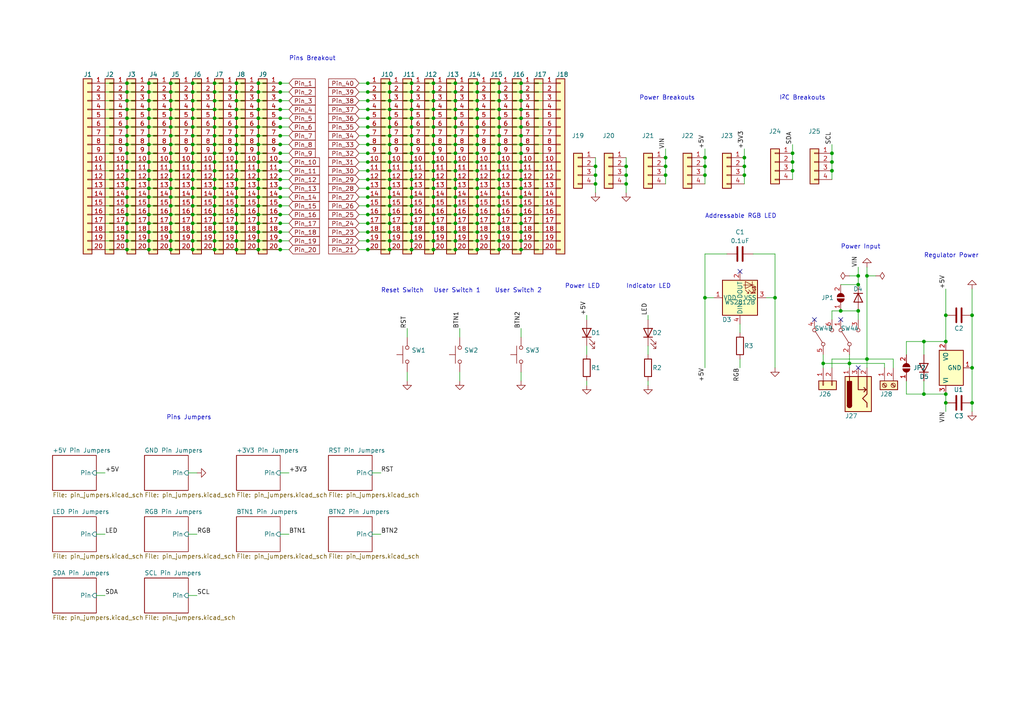
<source format=kicad_sch>
(kicad_sch (version 20221206) (generator eeschema)
  (paper "A4")
  (junction (at 62.23 67.31))
  (junction (at 204.47 45.72))
  (junction (at 68.58 67.31))
  (junction (at 113.03 67.31))
  (junction (at 151.13 31.75))
  (junction (at 138.43 41.91))
  (junction (at 106.68 62.23))
  (junction (at 43.18 57.15))
  (junction (at 125.73 69.85))
  (junction (at 106.68 29.21))
  (junction (at 144.78 54.61))
  (junction (at 81.28 72.39))
  (junction (at 43.18 39.37))
  (junction (at 36.83 41.91))
  (junction (at 125.73 36.83))
  (junction (at 113.03 62.23))
  (junction (at 132.08 57.15))
  (junction (at 74.93 39.37))
  (junction (at 144.78 26.67))
  (junction (at 125.73 54.61))
  (junction (at 151.13 52.07))
  (junction (at 43.18 31.75))
  (junction (at 68.58 46.99))
  (junction (at 119.38 36.83))
  (junction (at 125.73 26.67))
  (junction (at 62.23 36.83))
  (junction (at 74.93 54.61))
  (junction (at 138.43 67.31))
  (junction (at 151.13 54.61))
  (junction (at 81.28 49.53))
  (junction (at 132.08 44.45))
  (junction (at 68.58 44.45))
  (junction (at 68.58 57.15))
  (junction (at 68.58 24.13))
  (junction (at 132.08 29.21))
  (junction (at 55.88 26.67))
  (junction (at 49.53 29.21))
  (junction (at 132.08 54.61))
  (junction (at 74.93 49.53))
  (junction (at 62.23 54.61))
  (junction (at 36.83 57.15))
  (junction (at 81.28 69.85))
  (junction (at 125.73 49.53))
  (junction (at 62.23 49.53))
  (junction (at 193.04 50.8))
  (junction (at 138.43 72.39))
  (junction (at 36.83 39.37))
  (junction (at 81.28 59.69))
  (junction (at 55.88 54.61))
  (junction (at 62.23 41.91))
  (junction (at 36.83 44.45))
  (junction (at 49.53 72.39))
  (junction (at 62.23 59.69))
  (junction (at 36.83 59.69))
  (junction (at 144.78 62.23))
  (junction (at 113.03 41.91))
  (junction (at 204.47 48.26))
  (junction (at 55.88 41.91))
  (junction (at 138.43 31.75))
  (junction (at 138.43 44.45))
  (junction (at 125.73 24.13))
  (junction (at 144.78 41.91))
  (junction (at 181.61 53.34))
  (junction (at 106.68 26.67))
  (junction (at 138.43 39.37))
  (junction (at 238.76 105.41))
  (junction (at 49.53 54.61))
  (junction (at 132.08 69.85))
  (junction (at 119.38 67.31))
  (junction (at 125.73 57.15))
  (junction (at 113.03 54.61))
  (junction (at 62.23 57.15))
  (junction (at 248.92 90.17))
  (junction (at 119.38 59.69))
  (junction (at 241.3 49.53))
  (junction (at 106.68 64.77))
  (junction (at 151.13 39.37))
  (junction (at 241.3 46.99))
  (junction (at 119.38 26.67))
  (junction (at 132.08 49.53))
  (junction (at 151.13 26.67))
  (junction (at 49.53 67.31))
  (junction (at 125.73 29.21))
  (junction (at 43.18 62.23))
  (junction (at 43.18 29.21))
  (junction (at 113.03 52.07))
  (junction (at 106.68 57.15))
  (junction (at 181.61 48.26))
  (junction (at 125.73 39.37))
  (junction (at 36.83 49.53))
  (junction (at 36.83 69.85))
  (junction (at 113.03 46.99))
  (junction (at 81.28 36.83))
  (junction (at 62.23 31.75))
  (junction (at 106.68 31.75))
  (junction (at 49.53 39.37))
  (junction (at 125.73 52.07))
  (junction (at 172.72 48.26))
  (junction (at 49.53 34.29))
  (junction (at 62.23 69.85))
  (junction (at 62.23 26.67))
  (junction (at 144.78 36.83))
  (junction (at 274.32 114.3))
  (junction (at 68.58 41.91))
  (junction (at 55.88 44.45))
  (junction (at 193.04 48.26))
  (junction (at 125.73 44.45))
  (junction (at 74.93 72.39))
  (junction (at 36.83 34.29))
  (junction (at 81.28 39.37))
  (junction (at 55.88 69.85))
  (junction (at 106.68 39.37))
  (junction (at 74.93 41.91))
  (junction (at 62.23 72.39))
  (junction (at 132.08 24.13))
  (junction (at 74.93 34.29))
  (junction (at 62.23 62.23))
  (junction (at 138.43 64.77))
  (junction (at 74.93 57.15))
  (junction (at 62.23 46.99))
  (junction (at 119.38 34.29))
  (junction (at 36.83 62.23))
  (junction (at 106.68 24.13))
  (junction (at 43.18 72.39))
  (junction (at 151.13 59.69))
  (junction (at 144.78 72.39))
  (junction (at 144.78 39.37))
  (junction (at 125.73 41.91))
  (junction (at 55.88 34.29))
  (junction (at 125.73 64.77))
  (junction (at 138.43 69.85))
  (junction (at 74.93 44.45))
  (junction (at 113.03 44.45))
  (junction (at 215.9 48.26))
  (junction (at 74.93 24.13))
  (junction (at 274.32 91.44))
  (junction (at 113.03 57.15))
  (junction (at 81.28 44.45))
  (junction (at 132.08 36.83))
  (junction (at 119.38 49.53))
  (junction (at 144.78 52.07))
  (junction (at 138.43 34.29))
  (junction (at 119.38 54.61))
  (junction (at 62.23 29.21))
  (junction (at 68.58 34.29))
  (junction (at 113.03 24.13))
  (junction (at 36.83 36.83))
  (junction (at 55.88 36.83))
  (junction (at 68.58 31.75))
  (junction (at 68.58 72.39))
  (junction (at 138.43 62.23))
  (junction (at 43.18 41.91))
  (junction (at 172.72 53.34))
  (junction (at 36.83 54.61))
  (junction (at 81.28 67.31))
  (junction (at 68.58 39.37))
  (junction (at 49.53 36.83))
  (junction (at 62.23 39.37))
  (junction (at 119.38 29.21))
  (junction (at 138.43 49.53))
  (junction (at 74.93 36.83))
  (junction (at 81.28 26.67))
  (junction (at 151.13 29.21))
  (junction (at 74.93 31.75))
  (junction (at 267.97 114.3))
  (junction (at 113.03 29.21))
  (junction (at 36.83 72.39))
  (junction (at 144.78 64.77))
  (junction (at 55.88 64.77))
  (junction (at 43.18 69.85))
  (junction (at 68.58 64.77))
  (junction (at 113.03 64.77))
  (junction (at 125.73 72.39))
  (junction (at 132.08 39.37))
  (junction (at 144.78 24.13))
  (junction (at 181.61 50.8))
  (junction (at 43.18 26.67))
  (junction (at 132.08 52.07))
  (junction (at 43.18 49.53))
  (junction (at 62.23 44.45))
  (junction (at 43.18 64.77))
  (junction (at 68.58 54.61))
  (junction (at 151.13 34.29))
  (junction (at 251.46 80.01))
  (junction (at 43.18 34.29))
  (junction (at 106.68 36.83))
  (junction (at 43.18 59.69))
  (junction (at 43.18 24.13))
  (junction (at 151.13 49.53))
  (junction (at 138.43 59.69))
  (junction (at 119.38 31.75))
  (junction (at 119.38 57.15))
  (junction (at 113.03 39.37))
  (junction (at 138.43 26.67))
  (junction (at 132.08 31.75))
  (junction (at 106.68 69.85))
  (junction (at 281.94 106.68))
  (junction (at 119.38 44.45))
  (junction (at 55.88 39.37))
  (junction (at 36.83 67.31))
  (junction (at 106.68 52.07))
  (junction (at 62.23 34.29))
  (junction (at 248.92 82.55))
  (junction (at 119.38 64.77))
  (junction (at 132.08 64.77))
  (junction (at 68.58 62.23))
  (junction (at 81.28 34.29))
  (junction (at 81.28 46.99))
  (junction (at 151.13 46.99))
  (junction (at 125.73 62.23))
  (junction (at 81.28 29.21))
  (junction (at 144.78 44.45))
  (junction (at 204.47 86.36))
  (junction (at 119.38 62.23))
  (junction (at 49.53 49.53))
  (junction (at 36.83 46.99))
  (junction (at 281.94 91.44))
  (junction (at 43.18 54.61))
  (junction (at 49.53 46.99))
  (junction (at 267.97 99.06))
  (junction (at 49.53 69.85))
  (junction (at 49.53 64.77))
  (junction (at 55.88 52.07))
  (junction (at 125.73 67.31))
  (junction (at 119.38 46.99))
  (junction (at 49.53 41.91))
  (junction (at 125.73 34.29))
  (junction (at 55.88 67.31))
  (junction (at 119.38 41.91))
  (junction (at 49.53 59.69))
  (junction (at 125.73 46.99))
  (junction (at 62.23 24.13))
  (junction (at 106.68 49.53))
  (junction (at 241.3 44.45))
  (junction (at 224.79 86.36))
  (junction (at 144.78 49.53))
  (junction (at 49.53 44.45))
  (junction (at 132.08 34.29))
  (junction (at 55.88 59.69))
  (junction (at 125.73 59.69))
  (junction (at 138.43 46.99))
  (junction (at 106.68 41.91))
  (junction (at 81.28 64.77))
  (junction (at 43.18 46.99))
  (junction (at 62.23 64.77))
  (junction (at 36.83 29.21))
  (junction (at 43.18 44.45))
  (junction (at 74.93 62.23))
  (junction (at 74.93 67.31))
  (junction (at 49.53 52.07))
  (junction (at 274.32 116.84))
  (junction (at 138.43 36.83))
  (junction (at 151.13 44.45))
  (junction (at 113.03 72.39))
  (junction (at 43.18 67.31))
  (junction (at 144.78 31.75))
  (junction (at 36.83 64.77))
  (junction (at 68.58 36.83))
  (junction (at 55.88 29.21))
  (junction (at 132.08 67.31))
  (junction (at 74.93 59.69))
  (junction (at 113.03 69.85))
  (junction (at 81.28 41.91))
  (junction (at 132.08 46.99))
  (junction (at 36.83 31.75))
  (junction (at 138.43 24.13))
  (junction (at 281.94 116.84))
  (junction (at 74.93 69.85))
  (junction (at 132.08 72.39))
  (junction (at 144.78 34.29))
  (junction (at 138.43 29.21))
  (junction (at 138.43 54.61))
  (junction (at 172.72 50.8))
  (junction (at 55.88 57.15))
  (junction (at 74.93 29.21))
  (junction (at 151.13 64.77))
  (junction (at 36.83 24.13))
  (junction (at 119.38 24.13))
  (junction (at 113.03 34.29))
  (junction (at 125.73 31.75))
  (junction (at 229.87 44.45))
  (junction (at 106.68 67.31))
  (junction (at 215.9 50.8))
  (junction (at 144.78 67.31))
  (junction (at 144.78 29.21))
  (junction (at 49.53 57.15))
  (junction (at 151.13 57.15))
  (junction (at 151.13 36.83))
  (junction (at 81.28 24.13))
  (junction (at 151.13 72.39))
  (junction (at 68.58 29.21))
  (junction (at 74.93 46.99))
  (junction (at 81.28 52.07))
  (junction (at 68.58 49.53))
  (junction (at 144.78 69.85))
  (junction (at 106.68 54.61))
  (junction (at 132.08 62.23))
  (junction (at 113.03 36.83))
  (junction (at 132.08 26.67))
  (junction (at 151.13 41.91))
  (junction (at 144.78 59.69))
  (junction (at 215.9 45.72))
  (junction (at 106.68 59.69))
  (junction (at 229.87 46.99))
  (junction (at 132.08 59.69))
  (junction (at 151.13 67.31))
  (junction (at 193.04 45.72))
  (junction (at 113.03 31.75))
  (junction (at 74.93 64.77))
  (junction (at 49.53 24.13))
  (junction (at 144.78 46.99))
  (junction (at 55.88 62.23))
  (junction (at 43.18 36.83))
  (junction (at 49.53 26.67))
  (junction (at 274.32 99.06))
  (junction (at 55.88 31.75))
  (junction (at 119.38 52.07))
  (junction (at 251.46 104.14))
  (junction (at 138.43 57.15))
  (junction (at 68.58 52.07))
  (junction (at 119.38 39.37))
  (junction (at 113.03 59.69))
  (junction (at 74.93 52.07))
  (junction (at 55.88 49.53))
  (junction (at 68.58 59.69))
  (junction (at 132.08 41.91))
  (junction (at 113.03 49.53))
  (junction (at 81.28 31.75))
  (junction (at 248.92 80.01))
  (junction (at 106.68 34.29))
  (junction (at 119.38 69.85))
  (junction (at 68.58 69.85))
  (junction (at 81.28 57.15))
  (junction (at 246.38 105.41))
  (junction (at 106.68 44.45))
  (junction (at 36.83 26.67))
  (junction (at 55.88 46.99))
  (junction (at 55.88 24.13))
  (junction (at 204.47 50.8))
  (junction (at 151.13 62.23))
  (junction (at 36.83 52.07))
  (junction (at 49.53 31.75))
  (junction (at 49.53 62.23))
  (junction (at 43.18 52.07))
  (junction (at 106.68 46.99))
  (junction (at 74.93 26.67))
  (junction (at 81.28 62.23))
  (junction (at 68.58 26.67))
  (junction (at 229.87 49.53))
  (junction (at 119.38 72.39))
  (junction (at 243.84 90.17))
  (junction (at 151.13 24.13))
  (junction (at 151.13 69.85))
  (junction (at 138.43 52.07))
  (junction (at 106.68 72.39))
  (junction (at 81.28 54.61))
  (junction (at 113.03 26.67))
  (junction (at 62.23 52.07))
  (junction (at 144.78 57.15))
  (junction (at 55.88 72.39))
  (no_connect (at 248.92 106.68))
  (no_connect (at 214.63 78.74))
  (no_connect (at 243.84 92.71))
  (no_connect (at 236.22 92.71))
  (wire (pts (xy 62.23 31.75) (xy 55.88 31.75)))
  (wire (pts (xy 119.38 36.83) (xy 125.73 36.83)))
  (wire (pts (xy 151.13 36.83) (xy 157.48 36.83)))
  (wire (pts (xy 81.28 36.83) (xy 74.93 36.83)))
  (wire (pts (xy 104.14 24.13) (xy 106.68 24.13)))
  (wire (pts (xy 81.28 59.69) (xy 74.93 59.69)))
  (wire (pts (xy 181.61 45.72) (xy 181.61 48.26)))
  (wire (pts (xy 81.28 46.99) (xy 83.82 46.99)))
  (wire (pts (xy 138.43 54.61) (xy 132.08 54.61)))
  (wire (pts (xy 241.3 92.71) (xy 241.3 90.17)))
  (wire (pts (xy 81.28 67.31) (xy 83.82 67.31)))
  (wire (pts (xy 81.28 26.67) (xy 74.93 26.67)))
  (wire (pts (xy 49.53 34.29) (xy 43.18 34.29)))
  (wire (pts (xy 27.94 172.72) (xy 30.48 172.72)))
  (wire (pts (xy 248.92 90.17) (xy 248.92 92.71)))
  (wire (pts (xy 144.78 52.07) (xy 151.13 52.07)))
  (wire (pts (xy 81.28 64.77) (xy 83.82 64.77)))
  (wire (pts (xy 125.73 69.85) (xy 132.08 69.85)))
  (wire (pts (xy 49.53 49.53) (xy 43.18 49.53)))
  (wire (pts (xy 49.53 24.13) (xy 43.18 24.13)))
  (wire (pts (xy 267.97 99.06) (xy 267.97 102.87)))
  (wire (pts (xy 68.58 26.67) (xy 62.23 26.67)))
  (wire (pts (xy 113.03 49.53) (xy 119.38 49.53)))
  (wire (pts (xy 36.83 24.13) (xy 30.48 24.13)))
  (wire (pts (xy 54.61 172.72) (xy 57.15 172.72)))
  (wire (pts (xy 119.38 44.45) (xy 125.73 44.45)))
  (wire (pts (xy 106.68 26.67) (xy 113.03 26.67)))
  (wire (pts (xy 224.79 86.36) (xy 224.79 73.66)))
  (wire (pts (xy 106.68 72.39) (xy 113.03 72.39)))
  (wire (pts (xy 107.95 154.94) (xy 110.49 154.94)))
  (wire (pts (xy 138.43 29.21) (xy 132.08 29.21)))
  (wire (pts (xy 274.32 116.84) (xy 274.32 119.38)))
  (wire (pts (xy 238.76 105.41) (xy 246.38 105.41)))
  (wire (pts (xy 262.89 102.87) (xy 262.89 99.06)))
  (wire (pts (xy 43.18 69.85) (xy 36.83 69.85)))
  (wire (pts (xy 62.23 64.77) (xy 55.88 64.77)))
  (wire (pts (xy 81.28 44.45) (xy 74.93 44.45)))
  (wire (pts (xy 104.14 54.61) (xy 106.68 54.61)))
  (wire (pts (xy 104.14 39.37) (xy 106.68 39.37)))
  (wire (pts (xy 74.93 31.75) (xy 68.58 31.75)))
  (wire (pts (xy 106.68 67.31) (xy 113.03 67.31)))
  (wire (pts (xy 138.43 64.77) (xy 132.08 64.77)))
  (wire (pts (xy 187.96 111.76) (xy 187.96 110.49)))
  (wire (pts (xy 27.94 154.94) (xy 30.48 154.94)))
  (wire (pts (xy 49.53 52.07) (xy 55.88 52.07)))
  (wire (pts (xy 49.53 67.31) (xy 55.88 67.31)))
  (wire (pts (xy 138.43 72.39) (xy 144.78 72.39)))
  (wire (pts (xy 119.38 59.69) (xy 125.73 59.69)))
  (wire (pts (xy 36.83 44.45) (xy 30.48 44.45)))
  (wire (pts (xy 151.13 107.95) (xy 151.13 110.49)))
  (wire (pts (xy 125.73 54.61) (xy 132.08 54.61)))
  (wire (pts (xy 36.83 52.07) (xy 30.48 52.07)))
  (wire (pts (xy 113.03 39.37) (xy 119.38 39.37)))
  (wire (pts (xy 104.14 59.69) (xy 106.68 59.69)))
  (wire (pts (xy 119.38 26.67) (xy 125.73 26.67)))
  (wire (pts (xy 36.83 49.53) (xy 30.48 49.53)))
  (wire (pts (xy 68.58 62.23) (xy 62.23 62.23)))
  (wire (pts (xy 62.23 26.67) (xy 55.88 26.67)))
  (wire (pts (xy 68.58 41.91) (xy 62.23 41.91)))
  (wire (pts (xy 43.18 49.53) (xy 36.83 49.53)))
  (wire (pts (xy 68.58 52.07) (xy 62.23 52.07)))
  (wire (pts (xy 74.93 24.13) (xy 68.58 24.13)))
  (wire (pts (xy 68.58 69.85) (xy 62.23 69.85)))
  (wire (pts (xy 106.68 24.13) (xy 113.03 24.13)))
  (wire (pts (xy 151.13 62.23) (xy 157.48 62.23)))
  (wire (pts (xy 43.18 29.21) (xy 36.83 29.21)))
  (wire (pts (xy 81.28 39.37) (xy 74.93 39.37)))
  (wire (pts (xy 36.83 46.99) (xy 30.48 46.99)))
  (wire (pts (xy 49.53 59.69) (xy 43.18 59.69)))
  (wire (pts (xy 125.73 26.67) (xy 132.08 26.67)))
  (wire (pts (xy 144.78 44.45) (xy 151.13 44.45)))
  (wire (pts (xy 62.23 69.85) (xy 55.88 69.85)))
  (wire (pts (xy 74.93 72.39) (xy 68.58 72.39)))
  (wire (pts (xy 144.78 57.15) (xy 151.13 57.15)))
  (wire (pts (xy 49.53 69.85) (xy 55.88 69.85)))
  (wire (pts (xy 68.58 72.39) (xy 62.23 72.39)))
  (wire (pts (xy 49.53 29.21) (xy 55.88 29.21)))
  (wire (pts (xy 49.53 62.23) (xy 43.18 62.23)))
  (wire (pts (xy 170.18 100.33) (xy 170.18 102.87)))
  (wire (pts (xy 36.83 39.37) (xy 30.48 39.37)))
  (wire (pts (xy 138.43 62.23) (xy 144.78 62.23)))
  (wire (pts (xy 104.14 49.53) (xy 106.68 49.53)))
  (wire (pts (xy 49.53 57.15) (xy 43.18 57.15)))
  (wire (pts (xy 49.53 31.75) (xy 43.18 31.75)))
  (wire (pts (xy 144.78 41.91) (xy 151.13 41.91)))
  (wire (pts (xy 151.13 72.39) (xy 157.48 72.39)))
  (wire (pts (xy 49.53 44.45) (xy 43.18 44.45)))
  (wire (pts (xy 43.18 41.91) (xy 36.83 41.91)))
  (wire (pts (xy 74.93 69.85) (xy 68.58 69.85)))
  (wire (pts (xy 151.13 49.53) (xy 157.48 49.53)))
  (wire (pts (xy 248.92 77.47) (xy 248.92 80.01)))
  (wire (pts (xy 81.28 44.45) (xy 83.82 44.45)))
  (wire (pts (xy 113.03 34.29) (xy 119.38 34.29)))
  (wire (pts (xy 193.04 50.8) (xy 193.04 53.34)))
  (wire (pts (xy 119.38 62.23) (xy 125.73 62.23)))
  (wire (pts (xy 81.28 52.07) (xy 83.82 52.07)))
  (wire (pts (xy 68.58 44.45) (xy 62.23 44.45)))
  (wire (pts (xy 81.28 29.21) (xy 83.82 29.21)))
  (wire (pts (xy 113.03 64.77) (xy 119.38 64.77)))
  (wire (pts (xy 119.38 24.13) (xy 125.73 24.13)))
  (wire (pts (xy 119.38 34.29) (xy 125.73 34.29)))
  (wire (pts (xy 104.14 41.91) (xy 106.68 41.91)))
  (wire (pts (xy 104.14 62.23) (xy 106.68 62.23)))
  (wire (pts (xy 144.78 26.67) (xy 151.13 26.67)))
  (wire (pts (xy 49.53 49.53) (xy 55.88 49.53)))
  (wire (pts (xy 68.58 34.29) (xy 62.23 34.29)))
  (wire (pts (xy 43.18 34.29) (xy 36.83 34.29)))
  (wire (pts (xy 81.28 52.07) (xy 74.93 52.07)))
  (wire (pts (xy 81.28 54.61) (xy 74.93 54.61)))
  (wire (pts (xy 144.78 54.61) (xy 151.13 54.61)))
  (wire (pts (xy 104.14 64.77) (xy 106.68 64.77)))
  (wire (pts (xy 214.63 96.52) (xy 214.63 93.98)))
  (wire (pts (xy 119.38 54.61) (xy 125.73 54.61)))
  (wire (pts (xy 119.38 41.91) (xy 125.73 41.91)))
  (wire (pts (xy 106.68 59.69) (xy 113.03 59.69)))
  (wire (pts (xy 210.82 73.66) (xy 204.47 73.66)))
  (wire (pts (xy 27.94 137.16) (xy 30.48 137.16)))
  (wire (pts (xy 204.47 86.36) (xy 207.01 86.36)))
  (wire (pts (xy 81.28 54.61) (xy 83.82 54.61)))
  (wire (pts (xy 181.61 50.8) (xy 181.61 53.34)))
  (wire (pts (xy 49.53 39.37) (xy 43.18 39.37)))
  (wire (pts (xy 215.9 48.26) (xy 215.9 50.8)))
  (wire (pts (xy 49.53 54.61) (xy 55.88 54.61)))
  (wire (pts (xy 113.03 69.85) (xy 119.38 69.85)))
  (wire (pts (xy 138.43 57.15) (xy 132.08 57.15)))
  (wire (pts (xy 49.53 36.83) (xy 55.88 36.83)))
  (wire (pts (xy 81.28 39.37) (xy 83.82 39.37)))
  (wire (pts (xy 241.3 90.17) (xy 243.84 90.17)))
  (wire (pts (xy 49.53 41.91) (xy 55.88 41.91)))
  (wire (pts (xy 36.83 29.21) (xy 30.48 29.21)))
  (wire (pts (xy 119.38 31.75) (xy 125.73 31.75)))
  (wire (pts (xy 138.43 34.29) (xy 144.78 34.29)))
  (wire (pts (xy 113.03 72.39) (xy 119.38 72.39)))
  (wire (pts (xy 113.03 24.13) (xy 119.38 24.13)))
  (wire (pts (xy 151.13 29.21) (xy 157.48 29.21)))
  (wire (pts (xy 119.38 69.85) (xy 125.73 69.85)))
  (wire (pts (xy 74.93 57.15) (xy 68.58 57.15)))
  (wire (pts (xy 144.78 29.21) (xy 151.13 29.21)))
  (wire (pts (xy 81.28 69.85) (xy 74.93 69.85)))
  (wire (pts (xy 104.14 57.15) (xy 106.68 57.15)))
  (wire (pts (xy 106.68 34.29) (xy 113.03 34.29)))
  (wire (pts (xy 204.47 43.18) (xy 204.47 45.72)))
  (wire (pts (xy 125.73 64.77) (xy 132.08 64.77)))
  (wire (pts (xy 113.03 31.75) (xy 119.38 31.75)))
  (wire (pts (xy 104.14 44.45) (xy 106.68 44.45)))
  (wire (pts (xy 104.14 36.83) (xy 106.68 36.83)))
  (wire (pts (xy 151.13 67.31) (xy 157.48 67.31)))
  (wire (pts (xy 68.58 31.75) (xy 62.23 31.75)))
  (wire (pts (xy 36.83 57.15) (xy 30.48 57.15)))
  (wire (pts (xy 248.92 82.55) (xy 243.84 82.55)))
  (wire (pts (xy 74.93 67.31) (xy 68.58 67.31)))
  (wire (pts (xy 68.58 57.15) (xy 62.23 57.15)))
  (wire (pts (xy 138.43 49.53) (xy 132.08 49.53)))
  (wire (pts (xy 104.14 26.67) (xy 106.68 26.67)))
  (wire (pts (xy 81.28 24.13) (xy 83.82 24.13)))
  (wire (pts (xy 113.03 52.07) (xy 119.38 52.07)))
  (wire (pts (xy 144.78 36.83) (xy 151.13 36.83)))
  (wire (pts (xy 81.28 26.67) (xy 83.82 26.67)))
  (wire (pts (xy 74.93 29.21) (xy 68.58 29.21)))
  (wire (pts (xy 106.68 64.77) (xy 113.03 64.77)))
  (wire (pts (xy 54.61 137.16) (xy 57.15 137.16)))
  (wire (pts (xy 170.18 111.76) (xy 170.18 110.49)))
  (wire (pts (xy 281.94 83.82) (xy 281.94 91.44)))
  (wire (pts (xy 74.93 44.45) (xy 68.58 44.45)))
  (wire (pts (xy 74.93 59.69) (xy 68.58 59.69)))
  (wire (pts (xy 125.73 72.39) (xy 132.08 72.39)))
  (wire (pts (xy 49.53 54.61) (xy 43.18 54.61)))
  (wire (pts (xy 138.43 24.13) (xy 132.08 24.13)))
  (wire (pts (xy 43.18 59.69) (xy 36.83 59.69)))
  (wire (pts (xy 151.13 52.07) (xy 157.48 52.07)))
  (wire (pts (xy 187.96 100.33) (xy 187.96 102.87)))
  (wire (pts (xy 81.28 41.91) (xy 74.93 41.91)))
  (wire (pts (xy 81.28 31.75) (xy 83.82 31.75)))
  (wire (pts (xy 151.13 59.69) (xy 157.48 59.69)))
  (wire (pts (xy 81.28 67.31) (xy 74.93 67.31)))
  (wire (pts (xy 256.54 106.68) (xy 256.54 105.41)))
  (wire (pts (xy 119.38 72.39) (xy 125.73 72.39)))
  (wire (pts (xy 215.9 50.8) (xy 215.9 53.34)))
  (wire (pts (xy 68.58 49.53) (xy 62.23 49.53)))
  (wire (pts (xy 138.43 36.83) (xy 132.08 36.83)))
  (wire (pts (xy 49.53 46.99) (xy 55.88 46.99)))
  (wire (pts (xy 138.43 44.45) (xy 132.08 44.45)))
  (wire (pts (xy 151.13 24.13) (xy 157.48 24.13)))
  (wire (pts (xy 218.44 73.66) (xy 224.79 73.66)))
  (wire (pts (xy 36.83 64.77) (xy 30.48 64.77)))
  (wire (pts (xy 259.08 106.68) (xy 259.08 104.14)))
  (wire (pts (xy 119.38 39.37) (xy 125.73 39.37)))
  (wire (pts (xy 43.18 44.45) (xy 36.83 44.45)))
  (wire (pts (xy 106.68 52.07) (xy 113.03 52.07)))
  (wire (pts (xy 62.23 59.69) (xy 55.88 59.69)))
  (wire (pts (xy 144.78 67.31) (xy 151.13 67.31)))
  (wire (pts (xy 144.78 72.39) (xy 151.13 72.39)))
  (wire (pts (xy 248.92 80.01) (xy 248.92 82.55)))
  (wire (pts (xy 151.13 57.15) (xy 157.48 57.15)))
  (wire (pts (xy 151.13 54.61) (xy 157.48 54.61)))
  (wire (pts (xy 36.83 67.31) (xy 30.48 67.31)))
  (wire (pts (xy 68.58 46.99) (xy 62.23 46.99)))
  (wire (pts (xy 151.13 31.75) (xy 157.48 31.75)))
  (wire (pts (xy 49.53 24.13) (xy 55.88 24.13)))
  (wire (pts (xy 125.73 31.75) (xy 132.08 31.75)))
  (wire (pts (xy 104.14 72.39) (xy 106.68 72.39)))
  (wire (pts (xy 49.53 64.77) (xy 43.18 64.77)))
  (wire (pts (xy 43.18 62.23) (xy 36.83 62.23)))
  (wire (pts (xy 36.83 69.85) (xy 30.48 69.85)))
  (wire (pts (xy 251.46 80.01) (xy 251.46 104.14)))
  (wire (pts (xy 138.43 64.77) (xy 144.78 64.77)))
  (wire (pts (xy 43.18 64.77) (xy 36.83 64.77)))
  (wire (pts (xy 74.93 52.07) (xy 68.58 52.07)))
  (wire (pts (xy 104.14 34.29) (xy 106.68 34.29)))
  (wire (pts (xy 62.23 39.37) (xy 55.88 39.37)))
  (wire (pts (xy 106.68 57.15) (xy 113.03 57.15)))
  (wire (pts (xy 81.28 36.83) (xy 83.82 36.83)))
  (wire (pts (xy 49.53 26.67) (xy 55.88 26.67)))
  (wire (pts (xy 113.03 62.23) (xy 119.38 62.23)))
  (wire (pts (xy 229.87 46.99) (xy 229.87 49.53)))
  (wire (pts (xy 241.3 41.91) (xy 241.3 44.45)))
  (wire (pts (xy 138.43 26.67) (xy 132.08 26.67)))
  (wire (pts (xy 187.96 92.71) (xy 187.96 91.44)))
  (wire (pts (xy 62.23 41.91) (xy 55.88 41.91)))
  (wire (pts (xy 125.73 52.07) (xy 132.08 52.07)))
  (wire (pts (xy 144.78 31.75) (xy 151.13 31.75)))
  (wire (pts (xy 224.79 86.36) (xy 222.25 86.36)))
  (wire (pts (xy 81.28 64.77) (xy 74.93 64.77)))
  (wire (pts (xy 251.46 104.14) (xy 251.46 106.68)))
  (wire (pts (xy 119.38 64.77) (xy 125.73 64.77)))
  (wire (pts (xy 133.35 107.95) (xy 133.35 110.49)))
  (wire (pts (xy 104.14 46.99) (xy 106.68 46.99)))
  (wire (pts (xy 68.58 59.69) (xy 62.23 59.69)))
  (wire (pts (xy 274.32 91.44) (xy 274.32 99.06)))
  (wire (pts (xy 181.61 55.88) (xy 181.61 53.34)))
  (wire (pts (xy 68.58 39.37) (xy 62.23 39.37)))
  (wire (pts (xy 138.43 26.67) (xy 144.78 26.67)))
  (wire (pts (xy 119.38 67.31) (xy 125.73 67.31)))
  (wire (pts (xy 68.58 54.61) (xy 62.23 54.61)))
  (wire (pts (xy 43.18 52.07) (xy 36.83 52.07)))
  (wire (pts (xy 241.3 46.99) (xy 241.3 49.53)))
  (wire (pts (xy 74.93 34.29) (xy 68.58 34.29)))
  (wire (pts (xy 138.43 67.31) (xy 144.78 67.31)))
  (wire (pts (xy 138.43 69.85) (xy 132.08 69.85)))
  (wire (pts (xy 81.28 41.91) (xy 83.82 41.91)))
  (wire (pts (xy 138.43 29.21) (xy 144.78 29.21)))
  (wire (pts (xy 181.61 48.26) (xy 181.61 50.8)))
  (wire (pts (xy 138.43 54.61) (xy 144.78 54.61)))
  (wire (pts (xy 62.23 46.99) (xy 55.88 46.99)))
  (wire (pts (xy 138.43 34.29) (xy 132.08 34.29)))
  (wire (pts (xy 106.68 46.99) (xy 113.03 46.99)))
  (wire (pts (xy 204.47 73.66) (xy 204.47 86.36)))
  (wire (pts (xy 74.93 54.61) (xy 68.58 54.61)))
  (wire (pts (xy 43.18 46.99) (xy 36.83 46.99)))
  (wire (pts (xy 138.43 59.69) (xy 132.08 59.69)))
  (wire (pts (xy 246.38 80.01) (xy 248.92 80.01)))
  (wire (pts (xy 104.14 67.31) (xy 106.68 67.31)))
  (wire (pts (xy 267.97 110.49) (xy 267.97 114.3)))
  (wire (pts (xy 43.18 57.15) (xy 36.83 57.15)))
  (wire (pts (xy 49.53 41.91) (xy 43.18 41.91)))
  (wire (pts (xy 125.73 29.21) (xy 132.08 29.21)))
  (wire (pts (xy 49.53 26.67) (xy 43.18 26.67)))
  (wire (pts (xy 138.43 69.85) (xy 144.78 69.85)))
  (wire (pts (xy 81.28 29.21) (xy 74.93 29.21)))
  (wire (pts (xy 151.13 26.67) (xy 157.48 26.67)))
  (wire (pts (xy 62.23 62.23) (xy 55.88 62.23)))
  (wire (pts (xy 54.61 154.94) (xy 57.15 154.94)))
  (wire (pts (xy 81.28 31.75) (xy 74.93 31.75)))
  (wire (pts (xy 113.03 54.61) (xy 119.38 54.61)))
  (wire (pts (xy 81.28 59.69) (xy 83.82 59.69)))
  (wire (pts (xy 224.79 86.36) (xy 224.79 106.68)))
  (wire (pts (xy 246.38 102.87) (xy 246.38 105.41)))
  (wire (pts (xy 106.68 31.75) (xy 113.03 31.75)))
  (wire (pts (xy 36.83 31.75) (xy 30.48 31.75)))
  (wire (pts (xy 49.53 36.83) (xy 43.18 36.83)))
  (wire (pts (xy 74.93 39.37) (xy 68.58 39.37)))
  (wire (pts (xy 62.23 29.21) (xy 55.88 29.21)))
  (wire (pts (xy 49.53 31.75) (xy 55.88 31.75)))
  (wire (pts (xy 193.04 45.72) (xy 193.04 48.26)))
  (wire (pts (xy 81.28 34.29) (xy 74.93 34.29)))
  (wire (pts (xy 62.23 24.13) (xy 55.88 24.13)))
  (wire (pts (xy 125.73 39.37) (xy 132.08 39.37)))
  (wire (pts (xy 118.11 97.79) (xy 118.11 95.25)))
  (wire (pts (xy 118.11 107.95) (xy 118.11 110.49)))
  (wire (pts (xy 113.03 46.99) (xy 119.38 46.99)))
  (wire (pts (xy 125.73 34.29) (xy 132.08 34.29)))
  (wire (pts (xy 36.83 72.39) (xy 30.48 72.39)))
  (wire (pts (xy 241.3 104.14) (xy 251.46 104.14)))
  (wire (pts (xy 125.73 46.99) (xy 132.08 46.99)))
  (wire (pts (xy 281.94 106.68) (xy 281.94 116.84)))
  (wire (pts (xy 62.23 57.15) (xy 55.88 57.15)))
  (wire (pts (xy 104.14 69.85) (xy 106.68 69.85)))
  (wire (pts (xy 138.43 39.37) (xy 144.78 39.37)))
  (wire (pts (xy 62.23 72.39) (xy 55.88 72.39)))
  (wire (pts (xy 274.32 114.3) (xy 274.32 116.84)))
  (wire (pts (xy 248.92 90.17) (xy 243.84 90.17)))
  (wire (pts (xy 113.03 41.91) (xy 119.38 41.91)))
  (wire (pts (xy 193.04 48.26) (xy 193.04 50.8)))
  (wire (pts (xy 106.68 44.45) (xy 113.03 44.45)))
  (wire (pts (xy 49.53 64.77) (xy 55.88 64.77)))
  (wire (pts (xy 215.9 45.72) (xy 215.9 48.26)))
  (wire (pts (xy 81.28 49.53) (xy 74.93 49.53)))
  (wire (pts (xy 68.58 36.83) (xy 62.23 36.83)))
  (wire (pts (xy 138.43 41.91) (xy 132.08 41.91)))
  (wire (pts (xy 138.43 72.39) (xy 132.08 72.39)))
  (wire (pts (xy 144.78 39.37) (xy 151.13 39.37)))
  (wire (pts (xy 62.23 67.31) (xy 55.88 67.31)))
  (wire (pts (xy 274.32 83.82) (xy 274.32 91.44)))
  (wire (pts (xy 144.78 49.53) (xy 151.13 49.53)))
  (wire (pts (xy 151.13 97.79) (xy 151.13 95.25)))
  (wire (pts (xy 193.04 43.18) (xy 193.04 45.72)))
  (wire (pts (xy 106.68 62.23) (xy 113.03 62.23)))
  (wire (pts (xy 204.47 48.26) (xy 204.47 50.8)))
  (wire (pts (xy 81.28 137.16) (xy 83.82 137.16)))
  (wire (pts (xy 119.38 49.53) (xy 125.73 49.53)))
  (wire (pts (xy 144.78 59.69) (xy 151.13 59.69)))
  (wire (pts (xy 74.93 41.91) (xy 68.58 41.91)))
  (wire (pts (xy 62.23 36.83) (xy 55.88 36.83)))
  (wire (pts (xy 138.43 24.13) (xy 144.78 24.13)))
  (wire (pts (xy 36.83 34.29) (xy 30.48 34.29)))
  (wire (pts (xy 172.72 45.72) (xy 172.72 48.26)))
  (wire (pts (xy 74.93 49.53) (xy 68.58 49.53)))
  (wire (pts (xy 106.68 29.21) (xy 113.03 29.21)))
  (wire (pts (xy 215.9 43.18) (xy 215.9 45.72)))
  (wire (pts (xy 81.28 69.85) (xy 83.82 69.85)))
  (wire (pts (xy 144.78 24.13) (xy 151.13 24.13)))
  (wire (pts (xy 254 80.01) (xy 251.46 80.01)))
  (wire (pts (xy 138.43 67.31) (xy 132.08 67.31)))
  (wire (pts (xy 68.58 24.13) (xy 62.23 24.13)))
  (wire (pts (xy 144.78 34.29) (xy 151.13 34.29)))
  (wire (pts (xy 119.38 57.15) (xy 125.73 57.15)))
  (wire (pts (xy 81.28 72.39) (xy 74.93 72.39)))
  (wire (pts (xy 106.68 41.91) (xy 113.03 41.91)))
  (wire (pts (xy 106.68 69.85) (xy 113.03 69.85)))
  (wire (pts (xy 125.73 57.15) (xy 132.08 57.15)))
  (wire (pts (xy 267.97 114.3) (xy 274.32 114.3)))
  (wire (pts (xy 104.14 31.75) (xy 106.68 31.75)))
  (wire (pts (xy 125.73 59.69) (xy 132.08 59.69)))
  (wire (pts (xy 49.53 72.39) (xy 55.88 72.39)))
  (wire (pts (xy 138.43 41.91) (xy 144.78 41.91)))
  (wire (pts (xy 49.53 34.29) (xy 55.88 34.29)))
  (wire (pts (xy 81.28 154.94) (xy 83.82 154.94)))
  (wire (pts (xy 113.03 26.67) (xy 119.38 26.67)))
  (wire (pts (xy 81.28 49.53) (xy 83.82 49.53)))
  (wire (pts (xy 49.53 29.21) (xy 43.18 29.21)))
  (wire (pts (xy 119.38 29.21) (xy 125.73 29.21)))
  (wire (pts (xy 238.76 106.68) (xy 238.76 105.41)))
  (wire (pts (xy 81.28 62.23) (xy 83.82 62.23)))
  (wire (pts (xy 281.94 91.44) (xy 281.94 106.68)))
  (wire (pts (xy 113.03 59.69) (xy 119.38 59.69)))
  (wire (pts (xy 49.53 52.07) (xy 43.18 52.07)))
  (wire (pts (xy 119.38 52.07) (xy 125.73 52.07)))
  (wire (pts (xy 36.83 54.61) (xy 30.48 54.61)))
  (wire (pts (xy 151.13 39.37) (xy 157.48 39.37)))
  (wire (pts (xy 43.18 67.31) (xy 36.83 67.31)))
  (wire (pts (xy 43.18 39.37) (xy 36.83 39.37)))
  (wire (pts (xy 68.58 64.77) (xy 62.23 64.77)))
  (wire (pts (xy 151.13 44.45) (xy 157.48 44.45)))
  (wire (pts (xy 62.23 54.61) (xy 55.88 54.61)))
  (wire (pts (xy 74.93 46.99) (xy 68.58 46.99)))
  (wire (pts (xy 43.18 24.13) (xy 36.83 24.13)))
  (wire (pts (xy 113.03 29.21) (xy 119.38 29.21)))
  (wire (pts (xy 138.43 49.53) (xy 144.78 49.53)))
  (wire (pts (xy 144.78 46.99) (xy 151.13 46.99)))
  (wire (pts (xy 113.03 36.83) (xy 119.38 36.83)))
  (wire (pts (xy 113.03 57.15) (xy 119.38 57.15)))
  (wire (pts (xy 204.47 50.8) (xy 204.47 53.34)))
  (wire (pts (xy 172.72 55.88) (xy 172.72 53.34)))
  (wire (pts (xy 125.73 62.23) (xy 132.08 62.23)))
  (wire (pts (xy 81.28 62.23) (xy 74.93 62.23)))
  (wire (pts (xy 81.28 57.15) (xy 74.93 57.15)))
  (wire (pts (xy 104.14 29.21) (xy 106.68 29.21)))
  (wire (pts (xy 229.87 49.53) (xy 229.87 52.07)))
  (wire (pts (xy 229.87 44.45) (xy 229.87 46.99)))
  (wire (pts (xy 62.23 52.07) (xy 55.88 52.07)))
  (wire (pts (xy 43.18 72.39) (xy 36.83 72.39)))
  (wire (pts (xy 151.13 46.99) (xy 157.48 46.99)))
  (wire (pts (xy 81.28 24.13) (xy 74.93 24.13)))
  (wire (pts (xy 125.73 49.53) (xy 132.08 49.53)))
  (wire (pts (xy 74.93 62.23) (xy 68.58 62.23)))
  (wire (pts (xy 144.78 62.23) (xy 151.13 62.23)))
  (wire (pts (xy 138.43 52.07) (xy 132.08 52.07)))
  (wire (pts (xy 81.28 57.15) (xy 83.82 57.15)))
  (wire (pts (xy 36.83 62.23) (xy 30.48 62.23)))
  (wire (pts (xy 281.94 116.84) (xy 281.94 119.38)))
  (wire (pts (xy 74.93 64.77) (xy 68.58 64.77)))
  (wire (pts (xy 49.53 62.23) (xy 55.88 62.23)))
  (wire (pts (xy 106.68 39.37) (xy 113.03 39.37)))
  (wire (pts (xy 251.46 77.47) (xy 251.46 80.01)))
  (wire (pts (xy 151.13 34.29) (xy 157.48 34.29)))
  (wire (pts (xy 74.93 26.67) (xy 68.58 26.67)))
  (wire (pts (xy 107.95 137.16) (xy 110.49 137.16)))
  (wire (pts (xy 241.3 49.53) (xy 241.3 52.07)))
  (wire (pts (xy 133.35 97.79) (xy 133.35 95.25)))
  (wire (pts (xy 151.13 64.77) (xy 157.48 64.77)))
  (wire (pts (xy 256.54 105.41) (xy 246.38 105.41)))
  (wire (pts (xy 246.38 105.41) (xy 246.38 106.68)))
  (wire (pts (xy 125.73 36.83) (xy 132.08 36.83)))
  (wire (pts (xy 241.3 106.68) (xy 241.3 104.14)))
  (wire (pts (xy 138.43 31.75) (xy 132.08 31.75)))
  (wire (pts (xy 138.43 57.15) (xy 144.78 57.15)))
  (wire (pts (xy 125.73 41.91) (xy 132.08 41.91)))
  (wire (pts (xy 125.73 24.13) (xy 132.08 24.13)))
  (wire (pts (xy 138.43 46.99) (xy 132.08 46.99)))
  (wire (pts (xy 119.38 46.99) (xy 125.73 46.99)))
  (wire (pts (xy 262.89 99.06) (xy 267.97 99.06)))
  (wire (pts (xy 49.53 59.69) (xy 55.88 59.69)))
  (wire (pts (xy 172.72 48.26) (xy 172.72 50.8)))
  (wire (pts (xy 113.03 44.45) (xy 119.38 44.45)))
  (wire (pts (xy 125.73 67.31) (xy 132.08 67.31)))
  (wire (pts (xy 49.53 44.45) (xy 55.88 44.45)))
  (wire (pts (xy 81.28 72.39) (xy 83.82 72.39)))
  (wire (pts (xy 151.13 69.85) (xy 157.48 69.85)))
  (wire (pts (xy 106.68 36.83) (xy 113.03 36.83)))
  (wire (pts (xy 49.53 46.99) (xy 43.18 46.99)))
  (wire (pts (xy 138.43 39.37) (xy 132.08 39.37)))
  (wire (pts (xy 104.14 52.07) (xy 106.68 52.07)))
  (wire (pts (xy 68.58 67.31) (xy 62.23 67.31)))
  (wire (pts (xy 43.18 36.83) (xy 36.83 36.83)))
  (wire (pts (xy 229.87 41.91) (xy 229.87 44.45)))
  (wire (pts (xy 138.43 36.83) (xy 144.78 36.83)))
  (wire (pts (xy 68.58 29.21) (xy 62.23 29.21)))
  (wire (pts (xy 170.18 92.71) (xy 170.18 91.44)))
  (wire (pts (xy 106.68 49.53) (xy 113.03 49.53)))
  (wire (pts (xy 138.43 44.45) (xy 144.78 44.45)))
  (wire (pts (xy 81.28 34.29) (xy 83.82 34.29)))
  (wire (pts (xy 49.53 67.31) (xy 43.18 67.31)))
  (wire (pts (xy 138.43 59.69) (xy 144.78 59.69)))
  (wire (pts (xy 125.73 44.45) (xy 132.08 44.45)))
  (wire (pts (xy 43.18 26.67) (xy 36.83 26.67)))
  (wire (pts (xy 274.32 99.06) (xy 267.97 99.06)))
  (wire (pts (xy 113.03 67.31) (xy 119.38 67.31)))
  (wire (pts (xy 138.43 62.23) (xy 132.08 62.23)))
  (wire (pts (xy 36.83 36.83) (xy 30.48 36.83)))
  (wire (pts (xy 204.47 45.72) (xy 204.47 48.26)))
  (wire (pts (xy 172.72 50.8) (xy 172.72 53.34)))
  (wire (pts (xy 49.53 39.37) (xy 55.88 39.37)))
  (wire (pts (xy 62.23 34.29) (xy 55.88 34.29)))
  (wire (pts (xy 106.68 54.61) (xy 113.03 54.61)))
  (wire (pts (xy 81.28 46.99) (xy 74.93 46.99)))
  (wire (pts (xy 138.43 46.99) (xy 144.78 46.99)))
  (wire (pts (xy 151.13 41.91) (xy 157.48 41.91)))
  (wire (pts (xy 36.83 41.91) (xy 30.48 41.91)))
  (wire (pts (xy 214.63 106.68) (xy 214.63 104.14)))
  (wire (pts (xy 43.18 31.75) (xy 36.83 31.75)))
  (wire (pts (xy 138.43 31.75) (xy 144.78 31.75)))
  (wire (pts (xy 49.53 57.15) (xy 55.88 57.15)))
  (wire (pts (xy 62.23 49.53) (xy 55.88 49.53)))
  (wire (pts (xy 238.76 102.87) (xy 238.76 105.41)))
  (wire (pts (xy 62.23 44.45) (xy 55.88 44.45)))
  (wire (pts (xy 262.89 110.49) (xy 262.89 114.3)))
  (wire (pts (xy 204.47 86.36) (xy 204.47 106.68)))
  (wire (pts (xy 138.43 52.07) (xy 144.78 52.07)))
  (wire (pts (xy 74.93 36.83) (xy 68.58 36.83)))
  (wire (pts (xy 144.78 69.85) (xy 151.13 69.85)))
  (wire (pts (xy 267.97 114.3) (xy 262.89 114.3)))
  (wire (pts (xy 36.83 59.69) (xy 30.48 59.69)))
  (wire (pts (xy 49.53 72.39) (xy 43.18 72.39)))
  (wire (pts (xy 144.78 64.77) (xy 151.13 64.77)))
  (wire (pts (xy 43.18 54.61) (xy 36.83 54.61)))
  (wire (pts (xy 259.08 104.14) (xy 251.46 104.14)))
  (wire (pts (xy 241.3 44.45) (xy 241.3 46.99)))
  (wire (pts (xy 36.83 26.67) (xy 30.48 26.67)))
  (wire (pts (xy 49.53 69.85) (xy 43.18 69.85)))
  (text "Reset Switch" (at 110.49 85.09 0) (effects (font (size 1.27 1.27)) (justify left bottom)))
  (text "Pins Breakout" (at 83.82 17.78 0) (effects (font (size 1.27 1.27)) (justify left bottom)))
  (text "Pins Jumpers" (at 48.26 121.92 0) (effects (font (size 1.27 1.27)) (justify left bottom)))
  (text "Regulator Power" (at 267.97 74.93 0) (effects (font (size 1.27 1.27)) (justify left bottom)))
  (text "User Switch 2" (at 143.51 85.09 0) (effects (font (size 1.27 1.27)) (justify left bottom)))
  (text "Power Input" (at 243.84 72.39 0) (effects (font (size 1.27 1.27)) (justify left bottom)))
  (text "User Switch 1" (at 125.73 85.09 0) (effects (font (size 1.27 1.27)) (justify left bottom)))
  (text "I^{2}C Breakouts" (at 226.06 29.21 0) (effects (font (size 1.27 1.27)) (justify left bottom)))
  (text "Power Breakouts" (at 185.42 29.21 0) (effects (font (size 1.27 1.27)) (justify left bottom)))
  (text "Addressable RGB LED" (at 204.47 63.5 0) (effects (font (size 1.27 1.27)) (justify left bottom)))
  (text "Power LED" (at 163.83 83.82 0) (effects (font (size 1.27 1.27)) (justify left bottom)))
  (text "Indicator LED" (at 181.61 83.82 0) (effects (font (size 1.27 1.27)) (justify left bottom)))
  (label "+5V" (at 30.48 137.16 0))
  (label "RST" (at 118.11 95.25 90))
  (label "SDA" (at 229.87 41.91 90))
  (label "+5V" (at 170.18 91.44 90))
  (label "BTN2" (at 151.13 95.25 90))
  (label "BTN1" (at 133.35 95.25 90))
  (label "+5V" (at 204.47 43.18 90))
  (label "VIN" (at 274.32 119.38 270))
  (label "LED" (at 187.96 91.44 90))
  (label "+5V" (at 204.47 106.68 270))
  (label "+5V" (at 274.32 83.82 90))
  (label "BTN2" (at 110.49 154.94 0))
  (label "LED" (at 30.48 154.94 0))
  (label "RGB" (at 57.15 154.94 0))
  (label "RST" (at 110.49 137.16 0))
  (label "+3V3" (at 215.9 43.18 90))
  (label "VIN" (at 248.92 77.47 90))
  (label "SCL" (at 241.3 41.91 90))
  (label "+3V3" (at 83.82 137.16 0))
  (label "BTN1" (at 83.82 154.94 0))
  (label "SCL" (at 57.15 172.72 0))
  (label "RGB" (at 214.63 106.68 270))
  (label "SDA" (at 30.48 172.72 0))
  (label "VIN" (at 193.04 43.18 90))
  (global_label "Pin_1" (shape input) (at 83.82 24.13 0) (property "Intersheetrefs" "${INTERSHEET_REFS}" (effects hide)))
  (global_label "Pin_39" (shape input) (at 104.14 26.67 180) (property "Intersheetrefs" "${INTERSHEET_REFS}" (effects hide)))
  (global_label "Pin_14" (shape input) (at 83.82 57.15 0) (property "Intersheetrefs" "${INTERSHEET_REFS}" (effects hide)))
  (global_label "Pin_9" (shape input) (at 83.82 44.45 0) (property "Intersheetrefs" "${INTERSHEET_REFS}" (effects hide)))
  (global_label "Pin_37" (shape input) (at 104.14 31.75 180) (property "Intersheetrefs" "${INTERSHEET_REFS}" (effects hide)))
  (global_label "Pin_8" (shape input) (at 83.82 41.91 0) (property "Intersheetrefs" "${INTERSHEET_REFS}" (effects hide)))
  (global_label "Pin_34" (shape input) (at 104.14 39.37 180) (property "Intersheetrefs" "${INTERSHEET_REFS}" (effects hide)))
  (global_label "Pin_30" (shape input) (at 104.14 49.53 180) (property "Intersheetrefs" "${INTERSHEET_REFS}" (effects hide)))
  (global_label "Pin_12" (shape input) (at 83.82 52.07 0) (property "Intersheetrefs" "${INTERSHEET_REFS}" (effects hide)))
  (global_label "Pin_21" (shape input) (at 104.14 72.39 180) (property "Intersheetrefs" "${INTERSHEET_REFS}" (effects hide)))
  (global_label "Pin_7" (shape input) (at 83.82 39.37 0) (property "Intersheetrefs" "${INTERSHEET_REFS}" (effects hide)))
  (global_label "Pin_3" (shape input) (at 83.82 29.21 0) (property "Intersheetrefs" "${INTERSHEET_REFS}" (effects hide)))
  (global_label "Pin_11" (shape input) (at 83.82 49.53 0) (property "Intersheetrefs" "${INTERSHEET_REFS}" (effects hide)))
  (global_label "Pin_23" (shape input) (at 104.14 67.31 180) (property "Intersheetrefs" "${INTERSHEET_REFS}" (effects hide)))
  (global_label "Pin_27" (shape input) (at 104.14 57.15 180) (property "Intersheetrefs" "${INTERSHEET_REFS}" (effects hide)))
  (global_label "Pin_36" (shape input) (at 104.14 34.29 180) (property "Intersheetrefs" "${INTERSHEET_REFS}" (effects hide)))
  (global_label "Pin_35" (shape input) (at 104.14 36.83 180) (property "Intersheetrefs" "${INTERSHEET_REFS}" (effects hide)))
  (global_label "Pin_25" (shape input) (at 104.14 62.23 180) (property "Intersheetrefs" "${INTERSHEET_REFS}" (effects hide)))
  (global_label "Pin_31" (shape input) (at 104.14 46.99 180) (property "Intersheetrefs" "${INTERSHEET_REFS}" (effects hide)))
  (global_label "Pin_38" (shape input) (at 104.14 29.21 180) (property "Intersheetrefs" "${INTERSHEET_REFS}" (effects hide)))
  (global_label "Pin_24" (shape input) (at 104.14 64.77 180) (property "Intersheetrefs" "${INTERSHEET_REFS}" (effects hide)))
  (global_label "Pin_2" (shape input) (at 83.82 26.67 0) (property "Intersheetrefs" "${INTERSHEET_REFS}" (effects hide)))
  (global_label "Pin_17" (shape input) (at 83.82 64.77 0) (property "Intersheetrefs" "${INTERSHEET_REFS}" (effects hide)))
  (global_label "Pin_16" (shape input) (at 83.82 62.23 0) (property "Intersheetrefs" "${INTERSHEET_REFS}" (effects hide)))
  (global_label "Pin_5" (shape input) (at 83.82 34.29 0) (property "Intersheetrefs" "${INTERSHEET_REFS}" (effects hide)))
  (global_label "Pin_19" (shape input) (at 83.82 69.85 0) (property "Intersheetrefs" "${INTERSHEET_REFS}" (effects hide)))
  (global_label "Pin_4" (shape input) (at 83.82 31.75 0) (property "Intersheetrefs" "${INTERSHEET_REFS}" (effects hide)))
  (global_label "Pin_28" (shape input) (at 104.14 54.61 180) (property "Intersheetrefs" "${INTERSHEET_REFS}" (effects hide)))
  (global_label "Pin_10" (shape input) (at 83.82 46.99 0) (property "Intersheetrefs" "${INTERSHEET_REFS}" (effects hide)))
  (global_label "Pin_33" (shape input) (at 104.14 41.91 180) (property "Intersheetrefs" "${INTERSHEET_REFS}" (effects hide)))
  (global_label "Pin_18" (shape input) (at 83.82 67.31 0) (property "Intersheetrefs" "${INTERSHEET_REFS}" (effects hide)))
  (global_label "Pin_13" (shape input) (at 83.82 54.61 0) (property "Intersheetrefs" "${INTERSHEET_REFS}" (effects hide)))
  (global_label "Pin_32" (shape input) (at 104.14 44.45 180) (property "Intersheetrefs" "${INTERSHEET_REFS}" (effects hide)))
  (global_label "Pin_22" (shape input) (at 104.14 69.85 180) (property "Intersheetrefs" "${INTERSHEET_REFS}" (effects hide)))
  (global_label "Pin_26" (shape input) (at 104.14 59.69 180) (property "Intersheetrefs" "${INTERSHEET_REFS}" (effects hide)))
  (global_label "Pin_15" (shape input) (at 83.82 59.69 0) (property "Intersheetrefs" "${INTERSHEET_REFS}" (effects hide)))
  (global_label "Pin_29" (shape input) (at 104.14 52.07 180) (property "Intersheetrefs" "${INTERSHEET_REFS}" (effects hide)))
  (global_label "Pin_20" (shape input) (at 83.82 72.39 0) (property "Intersheetrefs" "${INTERSHEET_REFS}" (effects hide)))
  (global_label "Pin_6" (shape input) (at 83.82 36.83 0) (property "Intersheetrefs" "${INTERSHEET_REFS}" (effects hide)))
  (global_label "Pin_40" (shape input) (at 104.14 24.13 180) (property "Intersheetrefs" "${INTERSHEET_REFS}" (effects hide)))
  (symbol (lib_id "Device:R") (at 170.18 106.68 0) (unit 1)
    (property "Reference" "R1" (at 171.45 106.68 0) (effects (justify left)))
    (property "Value" "R" (effects hide))
    (property "Footprint" "Resistor_SMD:R_1206_3216Metric_Pad1.30x1.75mm_HandSolder" (effects hide))
  )
  (symbol (lib_id "Connector_Generic:Conn_01x20") (at 156.21 46.99 0) (unit 1)
    (property "Reference" "J17" (at 154.94 21.59 0) (effects (justify left)))
    (property "Value" "Conn_01x20" (effects hide))
    (property "Footprint" "Custom:PinHeader_1x20_P2.54mm_Vertical_No_Silk" (effects hide))
  )
  (symbol (lib_id "Connector:Barrel_Jack_Switch") (at 248.92 114.3 90) (unit 1)
    (property "Reference" "J27" (at 245.11 120.65 90) (effects (justify right)))
    (property "Value" "Barrel_Jack" (effects hide))
    (property "Footprint" "Connector_BarrelJack:BarrelJack_Horizontal" (effects hide))
  )
  (symbol (lib_id "Switch:SW_Push") (at 151.13 102.87 90) (unit 1)
    (property "Reference" "SW3" (at 152.4 101.5999 90) (effects (justify right)))
    (property "Value" "SW_Push" (effects hide))
    (property "Footprint" "Button_Switch_THT:SW_PUSH_6mm" (effects hide))
  )
  (symbol (lib_id "power:GND") (at 151.13 110.49 0) (unit 1)
    (property "Reference" "#PWR016" (effects hide))
    (property "Value" "GND" (effects hide))
  )
  (symbol (lib_id "power:GND") (at 224.79 106.68 0) (unit 1)
    (property "Reference" "#PWR018" (effects hide))
    (property "Value" "GND" (effects hide))
  )
  (symbol (lib_id "Connector_Generic:Conn_01x20") (at 76.2 46.99 0) (mirror y) (unit 1)
    (property "Reference" "J9" (at 77.47 21.59 0) (effects (justify left)))
    (property "Value" "Conn_01x20" (effects hide))
    (property "Footprint" "Custom:PinHeader_1x20_P2.54mm_Vertical_No_Silk" (effects hide))
  )
  (symbol (lib_id "Connector_Generic:Conn_01x04") (at 199.39 48.26 0) (mirror y) (unit 1)
    (property "Reference" "J22" (at 199.39 39.37 0))
    (property "Value" "Conn_01x04" (effects hide))
    (property "Footprint" "Custom:PinHeader_1x04_P2.54mm_Vertical_No_Silk" (effects hide))
  )
  (symbol (lib_id "Connector_Generic:Conn_01x04") (at 167.64 48.26 0) (mirror y) (unit 1)
    (property "Reference" "J19" (at 167.64 39.37 0))
    (property "Value" "Conn_01x04" (effects hide))
    (property "Footprint" "Custom:PinHeader_1x04_P2.54mm_Vertical_No_Silk" (effects hide))
  )
  (symbol (lib_id "power:PWR_FLAG") (at 254 80.01 270) (unit 1)
    (property "Reference" "#FLG02" (effects hide))
    (property "Value" "PWR_FLAG" (effects hide))
  )
  (symbol (lib_id "Connector_Generic:Conn_01x04") (at 176.53 48.26 0) (mirror y) (unit 1)
    (property "Reference" "J20" (at 176.53 39.37 0))
    (property "Value" "Conn_01x04" (effects hide))
    (property "Footprint" "Custom:PinHeader_1x04_P2.54mm_Vertical_No_Silk" (effects hide))
  )
  (symbol (lib_id "Switch:SW_DPDT_x2") (at 238.76 97.79 90) (unit 2)
    (property "Reference" "SW4" (at 236.22 95.25 90) (effects (justify right)))
    (property "Value" "SW_SPST" (effects hide))
    (property "Footprint" "Button_Switch_THT:SW_CuK_JS202011CQN_DPDT_Straight" (effects hide))
  )
  (symbol (lib_id "Device:D") (at 248.92 86.36 270) (unit 1)
    (property "Reference" "D4" (at 250.19 83.82 90) (effects (justify right)))
    (property "Value" "D" (effects hide))
    (property "Footprint" "Diode_SMD:D_SMA_Handsoldering" (effects hide))
  )
  (symbol (lib_id "Device:LED") (at 170.18 96.52 90) (unit 1)
    (property "Reference" "D1" (at 171.45 96.52 90) (effects (justify right)))
    (property "Value" "LED" (effects hide))
    (property "Footprint" "LED_SMD:LED_1206_3216Metric_Pad1.42x1.75mm_HandSolder" (effects hide))
  )
  (symbol (lib_id "power:GND") (at 251.46 77.47 180) (unit 1)
    (property "Reference" "#PWR05" (effects hide))
    (property "Value" "GND" (effects hide))
  )
  (symbol (lib_id "power:GND") (at 181.61 55.88 0) (unit 1)
    (property "Reference" "#PWR01" (effects hide))
    (property "Value" "GND" (effects hide))
  )
  (symbol (lib_id "power:GND") (at 118.11 110.49 0) (unit 1)
    (property "Reference" "#PWR013" (effects hide))
    (property "Value" "GND" (effects hide))
  )
  (symbol (lib_id "Connector_Generic:Conn_01x20") (at 25.4 46.99 0) (mirror y) (unit 1)
    (property "Reference" "J1" (at 26.67 21.59 0) (effects (justify left)))
    (property "Value" "Conn_01x20" (effects hide))
    (property "Footprint" "Custom:PinHeader_1x20_P2.54mm_Vertical_No_Silk" (effects hide))
  )
  (symbol (lib_id "Switch:SW_DPDT_x2") (at 246.38 97.79 90) (unit 1)
    (property "Reference" "SW4" (at 243.84 95.25 90) (effects (justify right)))
    (property "Value" "SW_SPST" (effects hide))
    (property "Footprint" "Button_Switch_THT:SW_CuK_JS202011CQN_DPDT_Straight" (effects hide))
  )
  (symbol (lib_id "Connector_Generic:Conn_01x20") (at 124.46 46.99 0) (unit 1)
    (property "Reference" "J12" (at 123.19 21.59 0) (effects (justify left)))
    (property "Value" "Conn_01x20" (effects hide))
    (property "Footprint" "Custom:PinHeader_1x20_P2.54mm_Vertical_No_Silk" (effects hide))
  )
  (symbol (lib_id "Connector_Generic:Conn_01x20") (at 111.76 46.99 0) (unit 1)
    (property "Reference" "J10" (at 110.49 21.59 0) (effects (justify left)))
    (property "Value" "Conn_01x20" (effects hide))
    (property "Footprint" "Custom:PinHeader_1x20_P2.54mm_Vertical_No_Silk" (effects hide))
  )
  (symbol (lib_id "Connector_Generic:Conn_01x20") (at 149.86 46.99 0) (unit 1)
    (property "Reference" "J16" (at 148.59 21.59 0) (effects (justify left)))
    (property "Value" "Conn_01x20" (effects hide))
    (property "Footprint" "Custom:PinHeader_1x20_P2.54mm_Vertical_No_Silk" (effects hide))
  )
  (symbol (lib_id "LED:WS2812B") (at 214.63 86.36 90) (unit 1)
    (property "Reference" "D3" (at 210.82 92.71 90))
    (property "Value" "WS2812B" (at 214.63 87.63 90))
    (property "Footprint" "LED_SMD:LED_WS2812B_PLCC4_5.0x5.0mm_P3.2mm" (effects hide))
    (property "Datasheet" "https://cdn-shop.adafruit.com/datasheets/WS2812B.pdf" (effects hide))
  )
  (symbol (lib_id "Device:LED") (at 187.96 96.52 90) (unit 1)
    (property "Reference" "D2" (at 189.23 96.52 90) (effects (justify right)))
    (property "Value" "LED" (effects hide))
    (property "Footprint" "LED_SMD:LED_1206_3216Metric_Pad1.42x1.75mm_HandSolder" (effects hide))
  )
  (symbol (lib_id "Jumper:SolderJumper_2_Open") (at 262.89 106.68 90) (unit 1)
    (property "Reference" "JP2" (at 266.7 106.68 90))
    (property "Value" "SolderJumper_2_Open" (effects hide))
    (property "Footprint" "Jumper:SolderJumper-2_P1.3mm_Open_RoundedPad1.0x1.5mm" (effects hide))
  )
  (symbol (lib_id "Jumper:SolderJumper_2_Open") (at 243.84 86.36 270) (mirror x) (unit 1)
    (property "Reference" "JP1" (at 240.03 86.36 90))
    (property "Value" "SolderJumper_2_Open" (effects hide))
    (property "Footprint" "Jumper:SolderJumper-2_P1.3mm_Open_RoundedPad1.0x1.5mm" (effects hide))
  )
  (symbol (lib_id "Connector_Generic:Conn_01x04") (at 224.79 46.99 0) (mirror y) (unit 1)
    (property "Reference" "J24" (at 224.79 38.1 0))
    (property "Value" "Conn_01x04" (effects hide))
    (property "Footprint" "Custom:PinHeader_1x04_P2.54mm_Vertical_No_Silk" (effects hide))
  )
  (symbol (lib_id "Device:R") (at 214.63 100.33 180) (unit 1)
    (property "Reference" "R3" (at 217.17 100.33 0))
    (property "Value" "470R" (effects hide))
    (property "Footprint" "Resistor_SMD:R_1206_3216Metric_Pad1.30x1.75mm_HandSolder" (effects hide))
  )
  (symbol (lib_id "power:GND") (at 170.18 111.76 0) (unit 1)
    (property "Reference" "#PWR017" (effects hide))
    (property "Value" "GND" (effects hide))
  )
  (symbol (lib_id "Switch:SW_Push") (at 118.11 102.87 90) (unit 1)
    (property "Reference" "SW1" (at 119.38 101.5999 90) (effects (justify right)))
    (property "Value" "SW_Push" (effects hide))
    (property "Footprint" "Button_Switch_THT:SW_PUSH_6mm" (effects hide))
  )
  (symbol (lib_id "Connector_Generic:Conn_01x20") (at 57.15 46.99 0) (mirror y) (unit 1)
    (property "Reference" "J6" (at 58.42 21.59 0) (effects (justify left)))
    (property "Value" "Conn_01x20" (effects hide))
    (property "Footprint" "Custom:PinHeader_1x20_P2.54mm_Vertical_No_Silk" (effects hide))
  )
  (symbol (lib_id "Connector_Generic:Conn_01x20") (at 118.11 46.99 0) (unit 1)
    (property "Reference" "J11" (at 116.84 21.59 0) (effects (justify left)))
    (property "Value" "Conn_01x20" (effects hide))
    (property "Footprint" "Custom:PinHeader_1x20_P2.54mm_Vertical_No_Silk" (effects hide))
  )
  (symbol (lib_id "power:GND") (at 281.94 119.38 0) (unit 1)
    (property "Reference" "#PWR09" (effects hide))
    (property "Value" "GND" (effects hide))
  )
  (symbol (lib_id "Regulator_Linear:AMS1117-5.0") (at 274.32 106.68 90) (unit 1)
    (property "Reference" "U1" (at 279.4 113.03 90) (effects (justify left)))
    (property "Value" "AMS1117-5.0" (effects hide))
    (property "Footprint" "Package_TO_SOT_SMD:SOT-223-3_TabPin2" (effects hide))
    (property "Datasheet" "http://www.advanced-monolithic.com/pdf/ds1117.pdf" (effects hide))
  )
  (symbol (lib_id "Connector_Generic:Conn_01x20") (at 31.75 46.99 0) (mirror y) (unit 1)
    (property "Reference" "J2" (at 33.02 21.59 0) (effects (justify left)))
    (property "Value" "Conn_01x20" (effects hide))
    (property "Footprint" "Custom:PinHeader_1x20_P2.54mm_Vertical_No_Silk" (effects hide))
  )
  (symbol (lib_id "power:GND") (at 187.96 111.76 0) (unit 1)
    (property "Reference" "#PWR03" (effects hide))
    (property "Value" "GND" (effects hide))
  )
  (symbol (lib_id "power:PWR_FLAG") (at 246.38 80.01 90) (unit 1)
    (property "Reference" "#FLG01" (effects hide))
    (property "Value" "PWR_FLAG" (effects hide))
  )
  (symbol (lib_id "Connector_Generic:Conn_01x20") (at 130.81 46.99 0) (unit 1)
    (property "Reference" "J13" (at 129.54 21.59 0) (effects (justify left)))
    (property "Value" "Conn_01x20" (effects hide))
    (property "Footprint" "Custom:PinHeader_1x20_P2.54mm_Vertical_No_Silk" (effects hide))
  )
  (symbol (lib_id "power:GND") (at 133.35 110.49 0) (unit 1)
    (property "Reference" "#PWR015" (effects hide))
    (property "Value" "GND" (effects hide))
  )
  (symbol (lib_id "Switch:SW_Push") (at 133.35 102.87 90) (unit 1)
    (property "Reference" "SW2" (at 134.62 101.5999 90) (effects (justify right)))
    (property "Value" "SW_Push" (effects hide))
    (property "Footprint" "Button_Switch_THT:SW_PUSH_6mm" (effects hide))
  )
  (symbol (lib_id "power:GND") (at 57.15 137.16 90) (unit 1)
    (property "Reference" "#PWR014" (effects hide))
    (property "Value" "GND" (effects hide))
  )
  (symbol (lib_id "Connector_Generic:Conn_01x04") (at 187.96 48.26 0) (mirror y) (unit 1)
    (property "Reference" "J21" (at 187.96 39.37 0))
    (property "Value" "Conn_01x04" (effects hide))
    (property "Footprint" "Custom:PinHeader_1x04_P2.54mm_Vertical_No_Silk" (effects hide))
  )
  (symbol (lib_id "power:GND") (at 172.72 55.88 0) (unit 1)
    (property "Reference" "#PWR06" (effects hide))
    (property "Value" "GND" (effects hide))
  )
  (symbol (lib_id "power:GND") (at 281.94 83.82 180) (unit 1)
    (property "Reference" "#PWR08" (effects hide))
    (property "Value" "GND" (effects hide))
  )
  (symbol (lib_id "Device:C") (at 278.13 91.44 90) (unit 1)
    (property "Reference" "C2" (at 278.13 95.25 90))
    (property "Value" "10uF" (effects hide))
    (property "Footprint" "Capacitor_SMD:C_1206_3216Metric_Pad1.33x1.80mm_HandSolder" (effects hide))
  )
  (symbol (lib_id "Connector_Generic:Conn_01x20") (at 162.56 46.99 0) (unit 1)
    (property "Reference" "J18" (at 161.29 21.59 0) (effects (justify left)))
    (property "Value" "Conn_01x20" (effects hide))
    (property "Footprint" "Custom:PinHeader_1x20_P2.54mm_Vertical_No_Silk" (effects hide))
  )
  (symbol (lib_id "Connector:Screw_Terminal_01x02") (at 256.54 111.76 90) (mirror x) (unit 1)
    (property "Reference" "J28" (at 255.27 114.3 90) (effects (justify right)))
    (property "Value" "Screw_Terminal_01x02" (effects hide))
    (property "Footprint" "TerminalBlock:TerminalBlock_bornier-2_P5.08mm" (effects hide))
  )
  (symbol (lib_id "Device:C") (at 278.13 116.84 90) (unit 1)
    (property "Reference" "C3" (at 278.13 120.65 90))
    (property "Value" "10uF" (effects hide))
    (property "Footprint" "Capacitor_SMD:C_1206_3216Metric_Pad1.33x1.80mm_HandSolder" (effects hide))
  )
  (symbol (lib_id "Connector_Generic:Conn_01x02") (at 238.76 111.76 90) (mirror x) (unit 1)
    (property "Reference" "J26" (at 237.49 114.3 90) (effects (justify right)))
    (property "Value" "Conn_01x02" (effects hide))
    (property "Footprint" "Connector_PinHeader_2.54mm:PinHeader_1x02_P2.54mm_Vertical" (effects hide))
  )
  (symbol (lib_id "Connector_Generic:Conn_01x20") (at 44.45 46.99 0) (mirror y) (unit 1)
    (property "Reference" "J4" (at 45.72 21.59 0) (effects (justify left)))
    (property "Value" "Conn_01x20" (effects hide))
    (property "Footprint" "Custom:PinHeader_1x20_P2.54mm_Vertical_No_Silk" (effects hide))
  )
  (symbol (lib_id "Connector_Generic:Conn_01x20") (at 50.8 46.99 0) (mirror y) (unit 1)
    (property "Reference" "J5" (at 52.07 21.59 0) (effects (justify left)))
    (property "Value" "Conn_01x20" (effects hide))
    (property "Footprint" "Custom:PinHeader_1x20_P2.54mm_Vertical_No_Silk" (effects hide))
  )
  (symbol (lib_id "Connector_Generic:Conn_01x20") (at 38.1 46.99 0) (mirror y) (unit 1)
    (property "Reference" "J3" (at 39.37 21.59 0) (effects (justify left)))
    (property "Value" "Conn_01x20" (effects hide))
    (property "Footprint" "Custom:PinHeader_1x20_P2.54mm_Vertical_No_Silk" (effects hide))
  )
  (symbol (lib_id "Device:C") (at 214.63 73.66 270) (unit 1)
    (property "Reference" "C1" (at 214.63 67.31 90))
    (property "Value" "0.1uF" (at 214.63 69.85 90))
    (property "Footprint" "Capacitor_SMD:C_1206_3216Metric_Pad1.33x1.80mm_HandSolder" (effects hide))
  )
  (symbol (lib_id "Connector_Generic:Conn_01x20") (at 143.51 46.99 0) (unit 1)
    (property "Reference" "J15" (at 142.24 21.59 0) (effects (justify left)))
    (property "Value" "Conn_01x20" (effects hide))
    (property "Footprint" "Custom:PinHeader_1x20_P2.54mm_Vertical_No_Silk" (effects hide))
  )
  (symbol (lib_id "Connector_Generic:Conn_01x20") (at 69.85 46.99 0) (mirror y) (unit 1)
    (property "Reference" "J8" (at 71.12 21.59 0) (effects (justify left)))
    (property "Value" "Conn_01x20" (effects hide))
    (property "Footprint" "Custom:PinHeader_1x20_P2.54mm_Vertical_No_Silk" (effects hide))
  )
  (symbol (lib_id "Device:R") (at 187.96 106.68 0) (unit 1)
    (property "Reference" "R2" (at 189.23 106.68 0) (effects (justify left)))
    (property "Value" "R" (effects hide))
    (property "Footprint" "Resistor_SMD:R_1206_3216Metric_Pad1.30x1.75mm_HandSolder" (effects hide))
  )
  (symbol (lib_id "Connector_Generic:Conn_01x20") (at 63.5 46.99 0) (mirror y) (unit 1)
    (property "Reference" "J7" (at 64.77 21.59 0) (effects (justify left)))
    (property "Value" "Conn_01x20" (effects hide))
    (property "Footprint" "Custom:PinHeader_1x20_P2.54mm_Vertical_No_Silk" (effects hide))
  )
  (symbol (lib_id "Connector_Generic:Conn_01x04") (at 236.22 46.99 0) (mirror y) (unit 1)
    (property "Reference" "J25" (at 236.22 38.1 0))
    (property "Value" "Conn_01x04" (effects hide))
    (property "Footprint" "Custom:PinHeader_1x04_P2.54mm_Vertical_No_Silk" (effects hide))
  )
  (symbol (lib_id "Connector_Generic:Conn_01x20") (at 137.16 46.99 0) (unit 1)
    (property "Reference" "J14" (at 135.89 21.59 0) (effects (justify left)))
    (property "Value" "Conn_01x20" (effects hide))
    (property "Footprint" "Custom:PinHeader_1x20_P2.54mm_Vertical_No_Silk" (effects hide))
  )
  (symbol (lib_id "Connector_Generic:Conn_01x04") (at 210.82 48.26 0) (mirror y) (unit 1)
    (property "Reference" "J23" (at 210.82 39.37 0))
    (property "Value" "Conn_01x04" (effects hide))
    (property "Footprint" "Custom:PinHeader_1x04_P2.54mm_Vertical_No_Silk" (effects hide))
  )
  (symbol (lib_id "Device:D") (at 267.97 106.68 90) (unit 1)
    (property "Reference" "D5" (at 266.7 109.22 90) (effects (justify right)))
    (property "Value" "D" (effects hide))
    (property "Footprint" "Diode_SMD:D_SMA_Handsoldering" (effects hide))
  )
  (sheet (at 95.25 149.86) (size 12.7 10.16) (stroke (width 0.1524))
    (property "Sheetname" "BTN2 Pin Jumpers" (at 95.25 149.1484 0) (effects (justify left bottom)))
    (property "Sheetfile" "pin_jumpers.kicad_sch" (at 95.25 160.6046 0) (effects (justify left top)))
    (pin "Pin" input (at 107.95 154.94 0))
  )
  (sheet (at 95.25 132.08) (size 12.7 10.16) (stroke (width 0.1524))
    (property "Sheetname" "RST Pin Jumpers" (at 95.25 131.3684 0) (effects (justify left bottom)))
    (property "Sheetfile" "pin_jumpers.kicad_sch" (at 95.25 142.8246 0) (effects (justify left top)))
    (pin "Pin" input (at 107.95 137.16 0))
  )
  (sheet (at 68.58 149.86) (size 12.7 10.16) (stroke (width 0.1524))
    (property "Sheetname" "BTN1 Pin Jumpers" (at 68.58 149.1484 0) (effects (justify left bottom)))
    (property "Sheetfile" "pin_jumpers.kicad_sch" (at 68.58 160.6046 0) (effects (justify left top)))
    (pin "Pin" input (at 81.28 154.94 0))
  )
  (sheet (at 41.91 132.08) (size 12.7 10.16) (stroke (width 0.1524))
    (property "Sheetname" "GND Pin Jumpers" (at 41.91 131.3684 0) (effects (justify left bottom)))
    (property "Sheetfile" "pin_jumpers.kicad_sch" (at 41.91 142.8246 0) (effects (justify left top)))
    (pin "Pin" input (at 54.61 137.16 0))
  )
  (sheet (at 41.91 167.64) (size 12.7 10.16) (stroke (width 0.1524))
    (property "Sheetname" "SCL Pin Jumpers" (at 41.91 166.9284 0) (effects (justify left bottom)))
    (property "Sheetfile" "pin_jumpers.kicad_sch" (at 41.91 178.3846 0) (effects (justify left top)))
    (pin "Pin" input (at 54.61 172.72 0))
  )
  (sheet (at 15.24 132.08) (size 12.7 10.16) (stroke (width 0.1524))
    (property "Sheetname" "+5V Pin Jumpers" (at 15.24 131.3684 0) (effects (justify left bottom)))
    (property "Sheetfile" "pin_jumpers.kicad_sch" (at 15.24 142.8246 0) (effects (justify left top)))
    (pin "Pin" input (at 27.94 137.16 0))
  )
  (sheet (at 15.24 167.64) (size 12.7 10.16) (stroke (width 0.1524))
    (property "Sheetname" "SDA Pin Jumpers" (at 15.24 166.9284 0) (effects (justify left bottom)))
    (property "Sheetfile" "pin_jumpers.kicad_sch" (at 15.24 178.3846 0) (effects (justify left top)))
    (pin "Pin" input (at 27.94 172.72 0))
  )
  (sheet (at 15.24 149.86) (size 12.7 10.16) (stroke (width 0.1524))
    (property "Sheetname" "LED Pin Jumpers" (at 15.24 149.1484 0) (effects (justify left bottom)))
    (property "Sheetfile" "pin_jumpers.kicad_sch" (at 15.24 160.6046 0) (effects (justify left top)))
    (pin "Pin" input (at 27.94 154.94 0))
  )
  (sheet (at 68.58 132.08) (size 12.7 10.16) (stroke (width 0.1524))
    (property "Sheetname" "+3V3 Pin Jumpers" (at 68.58 131.3684 0) (effects (justify left bottom)))
    (property "Sheetfile" "pin_jumpers.kicad_sch" (at 68.58 142.8246 0) (effects (justify left top)))
    (pin "Pin" input (at 81.28 137.16 0))
  )
  (sheet (at 41.91 149.86) (size 12.7 10.16) (stroke (width 0.1524))
    (property "Sheetname" "RGB Pin Jumpers" (at 41.91 149.1484 0) (effects (justify left bottom)))
    (property "Sheetfile" "pin_jumpers.kicad_sch" (at 41.91 160.6046 0) (effects (justify left top)))
    (pin "Pin" input (at 54.61 154.94 0))
  )
)
</source>
